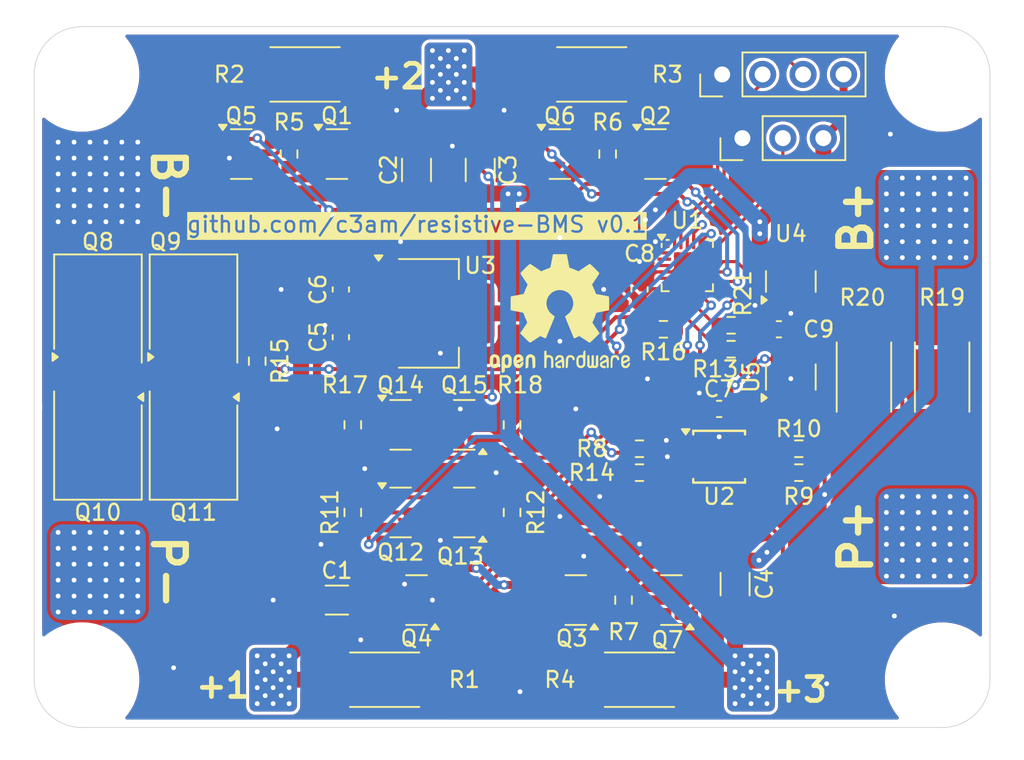
<source format=kicad_pcb>
(kicad_pcb (version 20241229) (generator "pcbnew") (generator_version "9.0")
  (layers (0 "F.Cu" signal) (2 "B.Cu" signal) (13 "F.Paste" user) (15 "B.Paste" user) (5 "F.SilkS" user "F.Silkscreen") (7 "B.SilkS" user "B.Silkscreen") (1 "F.Mask" user) (3 "B.Mask" user) (25 "Edge.Cuts" user))
  (net 0 "")
  (net 1 "GND")
  (net 2 "+1")
  (net 3 "+2")
  (net 4 "+3")
  (net 5 "+4")
  (net 6 "+5V")
  (net 7 "swio")
  (net 8 "utx")
  (net 9 "urx")
  (net 10 "P-")
  (net 11 "P+")
  (net 12 "Net-(Q1-G)")
  (net 13 "Net-(Q1-D)")
  (net 14 "Net-(Q2-D)")
  (net 15 "Net-(Q2-G)")
  (net 16 "Net-(Q3-G)")
  (net 17 "Net-(Q3-D)")
  (net 18 "bal-1")
  (net 19 "Net-(Q4-D)")
  (net 20 "bal-2")
  (net 21 "bal-3")
  (net 22 "bal-4")
  (net 23 "Pout-mid")
  (net 24 "Net-(Q10-G)")
  (net 25 "Net-(Q12-G)")
  (net 26 "Net-(Q12-D)")
  (net 27 "s-en-3")
  (net 28 "Net-(Q14-G)")
  (net 29 "s-en-2")
  (net 30 "Net-(U2-AIN1)")
  (net 31 "Net-(U2-AIN2)")
  (net 32 "out-en")
  (net 36 "scl")
  (net 40 "sda")
  (net 42 "Isense")
  (net 44 "Net-(U4-OUT)")
  (footprint "Resistor_SMD:R_0603_1608Metric" (layer "F.Cu") (at 109.5 97 180)
    (property "Reference" "R16")
    (property "Value" "100")
  )
  (footprint "my-footprints:pad-4x3mm" (layer "F.Cu") (at 85 119)
    (property "Reference" "J5" (hide yes))
    (property "Value" "Conn_01x01")
  )
  (footprint "Resistor_SMD:R_0603_1608Metric" (layer "F.Cu") (at 108 106)
    (property "Reference" "R14")
    (property "Value" "100k")
  )
  (footprint "Symbol:OSHW-Logo2_9.8x8mm_SilkScreen" (layer "F.Cu") (at 103 96)
    (property "Reference" "REF**" (hide yes))
    (property "Value" "OSHW-Logo2_9.8x8mm_SilkScreen" (hide yes))
  )
  (footprint "Connector_PinHeader_2.54mm:PinHeader_1x04_P2.54mm_Vertical" (layer "F.Cu") (at 113.19 81 90)
    (property "Reference" "J3" (hide yes))
    (property "Value" "Conn_01x04")
  )
  (footprint "my-footprints:PQFN-8-EP_6x5mm_P1.27mm_Generic" (layer "F.Cu") (at 74 96 90)
    (property "Reference" "Q8")
    (property "Value" "Q_NMOS_SGD")
  )
  (footprint "my-footprints:PQFN-8-EP_6x5mm_P1.27mm_Generic" (layer "F.Cu") (at 74 104 -90)
    (property "Reference" "Q10")
    (property "Value" "Q_NMOS_SGD")
  )
  (footprint "Package_SO:TSSOP-10_3x3mm_P0.5mm" (layer "F.Cu") (at 113 105)
    (property "Reference" "U2")
    (property "Value" "ADS1115IDGS")
  )
  (footprint "Resistor_SMD:R_0603_1608Metric" (layer "F.Cu") (at 90 108.5 90)
    (property "Reference" "R11")
    (property "Value" "100k")
  )
  (footprint "Resistor_SMD:R_0603_1608Metric" (layer "F.Cu") (at 113.75 96.75 180)
    (property "Reference" "R21")
    (property "Value" "100k")
  )
  (footprint "Resistor_SMD:R_0603_1608Metric" (layer "F.Cu") (at 118 106 180)
    (property "Reference" "R9")
    (property "Value" "100k")
  )
  (footprint "Resistor_SMD:R_0603_1608Metric" (layer "F.Cu") (at 108 104.5)
    (property "Reference" "R8")
    (property "Value" "220k")
  )
  (footprint "Package_TO_SOT_SMD:SOT-23" (layer "F.Cu") (at 110 114 180)
    (property "Reference" "Q7")
    (property "Value" "DMG2302U")
  )
  (footprint "Resistor_SMD:R_2512_6332Metric" (layer "F.Cu") (at 108 119 180)
    (property "Reference" "R4")
    (property "Value" "20")
  )
  (footprint "Package_TO_SOT_SMD:SOT-23" (layer "F.Cu") (at 109 86)
    (property "Reference" "Q2")
    (property "Value" "DMG2301L")
  )
  (footprint "Capacitor_SMD:C_0603_1608Metric" (layer "F.Cu") (at 89.25 97.5 90)
    (property "Reference" "C5")
    (property "Value" "10u")
  )
  (footprint "Resistor_SMD:R_0603_1608Metric" (layer "F.Cu") (at 90 103 90)
    (property "Reference" "R17")
    (property "Value" "100k")
  )
  (footprint "Capacitor_SMD:C_0603_1608Metric" (layer "F.Cu") (at 89.25 94.5 90)
    (property "Reference" "C6")
    (property "Value" "10u")
  )
  (footprint "Resistor_SMD:R_2512_6332Metric" (layer "F.Cu") (at 122.09 100 -90)
    (property "Reference" "R20")
    (property "Value" "4m")
  )
  (footprint "Resistor_SMD:R_2512_6332Metric" (layer "F.Cu") (at 92 119)
    (property "Reference" "R1")
    (property "Value" "20")
  )
  (footprint "Capacitor_SMD:C_0603_1608Metric" (layer "F.Cu") (at 113 102 180)
    (property "Reference" "C7")
    (property "Value" "10u")
  )
  (footprint "Capacitor_SMD:C_1206_3216Metric" (layer "F.Cu") (at 114 113 -90)
    (property "Reference" "C4")
    (property "Value" "100u")
  )
  (footprint "my-footprints:PQFN-8-EP_6x5mm_P1.27mm_Generic" (layer "F.Cu") (at 80 96 90)
    (property "Reference" "Q9")
    (property "Value" "Q_NMOS_SGD")
  )
  (footprint "MountingHole:MountingHole_3.2mm_M3" (layer "F.Cu") (at 127 119)
    (property "Reference" "H4" (hide yes))
    (property "Value" "MountingHole")
  )
  (footprint "Resistor_SMD:R_2512_6332Metric" (layer "F.Cu") (at 105 81)
    (property "Reference" "R3")
    (property "Value" "20")
  )
  (footprint "Package_TO_SOT_SMD:SOT-23" (layer "F.Cu") (at 104 114 180)
    (property "Reference" "Q3")
    (property "Value" "DMG2301L")
  )
  (footprint "Resistor_SMD:R_0603_1608Metric" (layer "F.Cu") (at 107 114 -90)
    (property "Reference" "R7")
    (property "Value" "100k")
  )
  (footprint "my-footprints:pad-4x3mm" (layer "F.Cu") (at 115 119)
    (property "Reference" "J1" (hide yes))
    (property "Value" "Conn_01x01")
  )
  (footprint "Package_TO_SOT_SMD:SOT-23" (layer "F.Cu") (at 83 86)
    (property "Reference" "Q5")
    (property "Value" "DMG2302U")
  )
  (footprint "Capacitor_SMD:C_0603_1608Metric" (layer "F.Cu") (at 116.75 97)
    (property "Reference" "C9")
    (property "Value" "10u")
  )
  (footprint "Resistor_SMD:R_0603_1608Metric" (layer "F.Cu") (at 100 103 90)
    (property "Reference" "R18")
    (property "Value" "100k")
  )
  (footprint "MountingHole:MountingHole_3.2mm_M3" (layer "F.Cu") (at 73 81)
    (property "Reference" "H1" (hide yes))
    (property "Value" "MountingHole")
  )
  (footprint "Package_TO_SOT_SMD:SOT-23" (layer "F.Cu") (at 93 103)
    (property "Reference" "Q14")
    (property "Value" "DMG2301L")
  )
  (footprint "Capacitor_SMD:C_0603_1608Metric" (layer "F.Cu") (at 108 94.5 90)
    (property "Reference" "C8")
    (property "Value" "10u")
  )
  (footprint "my-footprints:pad-6x6mm" (layer "F.Cu") (at 74 87.75)
    (property "Reference" "J8" (hide yes))
    (property "Value" "Conn_01x01")
  )
  (footprint "Package_TO_SOT_SMD:SOT-23-6" (layer "F.Cu") (at 117.5 100 90)
    (property "Reference" "U5")
    (property "Value" "INA181")
  )
  (footprint "my-footprints:pad-6x6mm" (layer "F.Cu") (at 126 110)
    (property "Reference" "J7" (hide yes))
    (property "Value" "Conn_01x01")
  )
  (footprint "Resistor_SMD:R_2512_6332Metric" (layer "F.Cu") (at 87 81)
    (property "Reference" "R2")
    (property "Value" "20")
  )
  (footprint "Resistor_SMD:R_0603_1608Metric" (layer "F.Cu") (at 106 86 90)
    (property "Reference" "R6")
    (property "Value" "100k")
  )
  (footprint "Package_TO_SOT_SMD:SOT-23" (layer "F.Cu") (at 97 103 180)
    (property "Reference" "Q15")
    (property "Value" "DMG2302U")
  )
  (footprint "Capacitor_SMD:C_1206_3216Metric" (layer "F.Cu") (at 98 87 90)
    (property "Reference" "C3")
    (property "Value" "100u")
  )
  (footprint "Resistor_SMD:R_0603_1608Metric" (layer "F.Cu") (at 100 108.5 90)
    (property "Reference" "R12")
    (property "Value" "100k")
  )
  (footprint "Package_TO_SOT_SMD:SOT-23" (layer "F.Cu") (at 103 86)
    (property "Reference" "Q6")
    (property "Value" "DMG2302U")
  )
  (footprint "my-footprints:PQFN-8-EP_6x5mm_P1.27mm_Generic" (layer "F.Cu") (at 80 104 -90)
    (property "Reference" "Q11")
    (property "Value" "Q_NMOS_SGD")
  )
  (footprint "my-footprints:pad-6x6mm" (layer "F.Cu") (at 74 112.25)
    (property "Reference" "J6" (hide yes))
    (property "Value" "Conn_01x01")
  )
  (footprint "Resistor_SMD:R_2512_6332Metric" (layer "F.Cu") (at 127 100 -90)
    (property "Reference" "R19")
    (property "Value" "4m")
  )
  (footprint "Package_TO_SOT_SMD:SOT-23" (layer "F.Cu") (at 94 114 180)
    (property "Reference" "Q4")
    (property "Value" "DMG2302U")
  )
  (footprint "Resistor_SMD:R_0603_1608Metric" (layer "F.Cu") (at 86 86 90)
    (property "Reference" "R5")
    (property "Value" "100k")
  )
  (footprint "Capacitor_SMD:C_1206_3216Metric" (layer "F.Cu") (at 89 114)
    (property "Reference" "C1")
    (property "Value" "100u")
  )
  (footprint "MountingHole:MountingHole_3.2mm_M3" (layer "F.Cu") (at 127 81)
    (property "Reference" "H2" (hide yes))
    (property "Value" "MountingHole")
  )
  (footprint "Resistor_SMD:R_0603_1608Metric" (layer "F.Cu") (at 84 99 -90)
    (property "Reference" "R15")
    (property "Value" "10k")
  )
  (footprint "Package_DFN_QFN:QFN-20-1EP_3x3mm_P0.4mm_EP1.65x1.65mm" (layer "F.Cu") (at 111 93)
    (property "Reference" "U1")
    (property "Value" "CH32V003FxUx")
  )
  (footprint "Package_TO_SOT_SMD:SOT-23" (layer "F.Cu") (at 117.5 94 90)
    (property "Reference" "U4")
    (property "Value" "REF3025")
  )
  (footprint "Package_TO_SOT_SMD:SOT-23" (layer "F.Cu") (at 89 86)
    (property "Reference" "Q1")
    (property "Value" "DMG2301L")
  )
  (footprint "Package_TO_SOT_SMD:SOT-223-3_TabPin2" (layer "F.Cu") (at 94.75 96)
    (property "Reference" "U3")
    (property "Value" "AMS1117-5.0")
  )
  (footprint "Package_TO_SOT_SMD:SOT-23" (layer "F.Cu") (at 93 108.5)
    (property "Reference" "Q12")
    (property "Value" "DMG2301L")
  )
  (footprint "Connector_PinHeader_2.54mm:PinHeader_1x03_P2.54mm_Vertical" (layer "F.Cu") (at 114.46 85 90)
    (property "Reference" "J2" (hide yes))
    (property "Value" "Conn_01x03")
  )
  (footprint "Resistor_SMD:R_0603_1608Metric" (layer "F.Cu") (at 118 104.5 180)
    (property "Reference" "R10")
    (property "Value" "330k")
  )
  (footprint "Resistor_SMD:R_0603_1608Metric" (layer "F.Cu") (at 113.75 98.25 180)
    (property "Reference" "R13")
    (property "Value" "100k")
  )
  (footprint "Capacitor_SMD:C_1206_3216Metric" (layer "F.Cu") (at 94 87 -90)
    (property "Reference" "C2")
    (property "Value" "100u")
  )
  (footprint "my-footprints:pad-6x6mm" (layer "F.Cu") (at 126 90)
    (property "Reference" "J9" (hide yes))
    (property "Value" "Conn_01x01")
  )
  (footprint "Package_TO_SOT_SMD:SOT-23" (layer "F.Cu") (at 97 108.5 180)
    (property "Reference" "Q13")
    (property "Value" "DMG2302U")
  )
  (footprint "MountingHole:MountingHole_3.2mm_M3" (layer "F.Cu") (at 73 119)
    (property "Reference" "H3" (hide yes))
    (property "Value" "MountingHole")
  )
  (footprint "my-footprints:pad-4x3mm" (layer "F.Cu") (at 96 81)
    (property "Reference" "J4" (hide yes))
    (property "Value" "Conn_01x01")
  )
  (gr_line (start 70 119) (end 70 81) (stroke (width 0.05)) (layer "Edge.Cuts"))
  (gr_arc (start 73 122) (mid 70.87868 121.12132) (end 70 119) (stroke (width 0.05)) (layer "Edge.Cuts"))
  (gr_line (start 130 81) (end 130 119) (stroke (width 0.05)) (layer "Edge.Cuts"))
  (gr_line (start 127 122) (end 73 122) (stroke (width 0.05)) (layer "Edge.Cuts"))
  (gr_line (start 73 78) (end 127 78) (stroke (width 0.05)) (layer "Edge.Cuts"))
  (gr_arc (start 127 78) (mid 129.12132 78.87868) (end 130 81) (stroke (width 0.05)) (layer "Edge.Cuts"))
  (gr_arc (start 130 119) (mid 129.12132 121.12132) (end 127 122) (stroke (width 0.05)) (layer "Edge.Cuts"))
  (gr_arc (start 70 81) (mid 70.87868 78.87868) (end 73 78) (stroke (width 0.05)) (layer "Edge.Cuts"))
  (gr_text "B-" (at 77.25 85.5 270) (layer "F.SilkS") (effects (font (size 2 2) (thickness 0.4) (bold yes)) (justify left bottom)))
  (gr_text "B+" (at 122.75 92.5 90) (layer "F.SilkS") (effects (font (size 2 2) (thickness 0.4) (bold yes)) (justify left bottom)))
  (gr_text "P-" (at 77.25 109.75 270) (layer "F.SilkS") (effects (font (size 2 2) (thickness 0.4) (bold yes)) (justify left bottom)))
  (gr_text "+2" (at 91 82 0) (layer "F.SilkS") (effects (font (size 1.5 1.5) (thickness 0.3) (bold yes)) (justify left bottom)))
  (gr_text "+3" (at 116.25 120.5 0) (layer "F.SilkS") (effects (font (size 1.5 1.5) (thickness 0.3) (bold yes)) (justify left bottom)))
  (gr_text "P+" (at 122.75 112.5 90) (layer "F.SilkS") (effects (font (size 2 2) (thickness 0.4) (bold yes)) (justify left bottom)))
  (gr_text "+1" (at 80 120.25 0) (layer "F.SilkS") (effects (font (size 1.5 1.5) (thickness 0.3) (bold yes)) (justify left bottom)))
  (gr_text "github.com/c3am/resistive-BMS v0.1" (at 79.5 91 0) (layer "F.SilkS" knockout) (effects (font (size 1 1)) (justify left bottom)))
  (via (at 104 102) (size 0.6) (drill 0.3) (layers "F.Cu" "B.Cu") (net 1))
  (via (at 95.5 98.5) (size 0.6) (drill 0.3) (layers "F.Cu" "B.Cu") (net 1))
  (via (at 117.5 96) (size 0.6) (drill 0.3) (layers "F.Cu" "B.Cu") (net 1))
  (via (at 88 110.5) (size 0.6) (drill 0.3) (layers "F.Cu" "B.Cu") (net 1))
  (via (at 104.5 111.25) (size 0.6) (drill 0.3) (layers "F.Cu" "B.Cu") (net 1))
  (via (at 109.681851 103.972178) (size 0.6) (drill 0.3) (layers "F.Cu" "B.Cu") (net 1))
  (via (at 109.75 105) (size 0.6) (drill 0.3) (layers "F.Cu" "B.Cu") (net 1))
  (via (at 93 91.5) (size 0.6) (drill 0.3) (layers "F.Cu" "B.Cu") (net 1))
  (via (at 85 114) (size 0.6) (drill 0.3) (layers "F.Cu" "B.Cu") (net 1))
  (via (at 108.5 100.110308) (size 0.6) (drill 0.3) (layers "F.Cu" "B.Cu") (net 1))
  (via (at 103 97.75) (size 0.6) (drill 0.3) (layers "F.Cu" "B.Cu") (net 1))
  (via (at 123.75 84.75) (size 0.6) (drill 0.3) (layers "F.Cu" "B.Cu") (net 1))
  (via (at 99 106) (size 0.6) (drill 0.3) (layers "F.Cu" "B.Cu") (net 1))
  (via (at 105.5 107.5) (size 0.6) (drill 0.3) (layers "F.Cu" "B.Cu") (net 1))
  (via (at 117.5 100.1) (size 0.6) (drill 0.3) (layers "F.Cu" "B.Cu") (net 1))
  (via (at 119.75 119.25) (size 0.6) (drill 0.3) (layers "F.Cu" "B.Cu") (net 1))
  (via (at 103 108.75) (size 0.6) (drill 0.3) (layers "F.Cu" "B.Cu") (net 1))
  (via (at 113 103.75) (size 0.6) (drill 0.3) (layers "F.Cu" "B.Cu") (net 1))
  (via (at 85.5 94.5) (size 0.6) (drill 0.3) (layers "F.Cu" "B.Cu") (net 1))
  (via (at 124 115) (size 0.6) (drill 0.3) (layers "F.Cu" "B.Cu") (net 1))
  (via (at 82.25 86.25) (size 0.6) (drill 0.3) (layers "F.Cu" "B.Cu") (net 1))
  (via (at 90.5 116.5) (size 0.6) (drill 0.3) (layers "F.Cu" "B.Cu") (net 1))
  (via (at 85.25 103.25) (size 0.6) (drill 0.3) (layers "F.Cu" "B.Cu") (net 1))
  (via (at 95 114) (size 0.6) (drill 0.3) (layers "F.Cu" "B.Cu") (net 1))
  (via (at 105.75 94.5) (size 0.6) (drill 0.3) (layers "F.Cu" "B.Cu") (net 1))
  (via (at 109 91.5) (size 0.6) (drill 0.3) (layers "F.Cu" "B.Cu") (net 1))
  (via (at 90.75 105.75) (size 0.6) (drill 0.3) (layers "F.Cu" "B.Cu") (net 1))
  (via (at 96.25 85.5) (size 0.6) (drill 0.3) (layers "F.Cu" "B.Cu") (net 1))
  (via (at 100.5 119.75) (size 0.6) (drill 0.3) (layers "F.Cu" "B.Cu") (net 1))
  (via (at 108 110.482207) (size 0.6) (drill 0.3) (layers "F.Cu" "B.Cu") (net 1))
  (via (at 96.75 102) (size 0.6) (drill 0.3) (layers "F.Cu" "B.Cu") (net 1))
  (via (at 111.75 101) (size 0.6) (drill 0.3) (layers "F.Cu" "B.Cu") (net 1))
  (via (at 92.75 83.25) (size 0.6) (drill 0.3) (layers "F.Cu" "B.Cu") (net 1))
  (via (at 103 91.25) (size 0.6) (drill 0.3) (layers "F.Cu" "B.Cu") (net 1))
  (via (at 108 92.75) (size 0.6) (drill 0.3) (layers "F.Cu" "B.Cu") (net 1))
  (via (at 88.25 96.75) (size 0.6) (drill 0.3) (layers "F.Cu" "B.Cu") (net 1))
  (via (at 93.25 113) (size 0.6) (drill 0.3) (layers "F.Cu" "B.Cu") (net 1))
  (via (at 78.75 118.25) (size 0.6) (drill 0.3) (layers "F.Cu" "B.Cu") (net 1))
  (via (at 95.5 110.25) (size 0.6) (drill 0.3) (layers "F.Cu" "B.Cu") (net 1))
  (via (at 99.5 83.25) (size 0.6) (drill 0.3) (layers "F.Cu" "B.Cu") (net 1))
  (via (at 115.25 95.5) (size 0.6) (drill 0.3) (layers "F.Cu" "B.Cu") (net 1))
  (segment (start 108.624 109.626) (end 111.726 106.524) (width 0.25) (layer "F.Cu") (net 2))
  (segment (start 91.0385 121.001) (end 95.570514 121.001) (width 0.25) (layer "F.Cu") (net 2))
  (segment (start 96 120.571514) (end 96 115.5) (width 0.25) (layer "F.Cu") (net 2))
  (segment (start 85 118.5) (end 85 119) (width 1) (layer "F.Cu") (net 2))
  (segment (start 107.738702 109.626) (end 107.740702 109.624) (width 0.25) (layer "F.Cu") (net 2))
  (segment (start 85 119) (end 89.0375 119) (width 1) (layer "F.Cu") (net 2))
  (segment (start 81.642348 88.475) (end 86.75 88.475) (width 1) (layer "F.Cu") (net 2))
  (segment (start 84.0375 81) (end 80.624 84.4135) (width 1) (layer "F.Cu") (net 2))
  (segment (start 108.259298 109.624) (end 108.261298 109.626) (width 0.25) (layer "F.Cu") (net 2))
  (segment (start 101.874 109.626) (end 107.738702 109.626) (width 0.25) (layer "F.Cu") (net 2))
  (segment (start 89.0375 119) (end 91.0385 121.001) (width 0.25) (layer "F.Cu") (net 2))
  (segment (start 86.75 88.475) (end 94 88.475) (width 1) (layer "F.Cu") (net 2))
  (segment (start 108.261298 109.626) (end 108.624 109.626) (width 0.25) (layer "F.Cu") (net 2))
  (segment (start 86.75 116.75) (end 85 118.5) (width 1) (layer "F.Cu") (net 2))
  (segment (start 95.570514 121.001) (end 96 120.571514) (width 0.25) (layer "F.Cu") (net 2))
  (segment (start 107.740702 109.624) (end 108.259298 109.624) (width 0.25) (layer "F.Cu") (net 2))
  (segment (start 80.624 87.456652) (end 81.642348 88.475) (width 1) (layer "F.Cu") (net 2))
  (segment (start 96 115.5) (end 101.874 109.626) (width 0.25) (layer "F.Cu") (net 2))
  (segment (start 111.726 105.549) (end 111.677 105.5) (width 0.25) (layer "F.Cu") (net 2))
  (segment (start 80.624 84.4135) (end 80.624 87.456652) (width 1) (layer "F.Cu") (net 2))
  (segment (start 111.726 106.524) (end 111.726 105.549) (width 0.25) (layer "F.Cu") (net 2))
  (segment (start 86.75 88.475) (end 86.75 116.75) (width 1) (layer "F.Cu") (net 2))
  (segment (start 111.677 105.5) (end 110.85 105.5) (width 0.25) (layer "F.Cu") (net 2))
  (segment (start 96 82) (end 96 81) (width 0.5) (layer "F.Cu") (net 3))
  (segment (start 91.9375 103.825) (end 92.0625 103.95) (width 0.25) (layer "F.Cu") (net 3))
  (segment (start 98 85.525) (end 98 83) (width 1) (layer "F.Cu") (net 3))
  (segment (start 89.199 103.024) (end 90 103.825) (width 0.25) (layer "F.Cu") (net 3))
  (segment (start 90 103.825) (end 91.9375 103.825) (width 0.25) (layer "F.Cu") (net 3))
  (segment (start 88.0625 86.95) (end 86.125 86.95) (width 0.25) (layer "F.Cu") (net 3))
  (segment (start 102.0375 81) (end 96 81) (width 1) (layer "F.Cu") (net 3))
  (segment (start 89.700582 101.25) (end 89.199 101.751582) (width 0.25) (layer "F.Cu") (net 3))
  (segment (start 88.0625 86.95) (end 88.313499 87.200999) (width 1) (layer "F.Cu") (net 3))
  (segment (start 94 83) (end 96 81) (width 1) (layer "F.Cu") (net 3))
  (segment (start 94 85.525) (end 94 83) (width 1) (layer "F.Cu") (net 3))
  (segment (start 89.199 101.751582) (end 89.199 103.024) (width 0.25) (layer "F.Cu") (net 3))
  (segment (start 96 81.5) (end 96 81) (width 0.5) (layer "F.Cu") (net 3))
  (segment (start 98.75 101.25) (end 89.700582 101.25) (width 0.25) (layer "F.Cu") (net 3))
  (segment (start 98 85.525) (end 98 86.9) (width 0.25) (layer "F.Cu") (net 3))
  (segment (start 92.324001 87.200999) (end 94 85.525) (width 1) (layer "F.Cu") (net 3))
  (segment (start 96 81) (end 97 82) (width 0.5) (layer "F.Cu") (net 3))
  (segment (start 86.125 86.95) (end 86 86.825) (width 0.25) (layer "F.Cu") (net 3))
  (segment (start 98 86.9) (end 98.5 87.4) (width 0.25) (layer "F.Cu") (net 3))
  (segment (start 88.313499 87.200999) (end 92.324001 87.200999) (width 1) (layer "F.Cu") (net 3))
  (segment (start 98 83) (end 96 81) (width 1) (layer "F.Cu") (net 3))
  (via (at 98.5 87.4) (size 0.6) (drill 0.3) (layers "F.Cu" "B.Cu") (net 3))
  (via (at 98.75 101.25) (size 0.6) (drill 0.3) (layers "F.Cu" "B.Cu") (net 3))
  (segment (start 98.5 87.4) (end 98.75 87.65) (width 0.25) (layer "B.Cu") (net 3))
  (segment (start 98.75 87.65) (end 98.75 101.25) (width 0.25) (layer "B.Cu") (net 3))
  (segment (start 108.0115 87.001) (end 103.956652 87.001) (width 1) (layer "F.Cu") (net 4))
  (segment (start 91 110.5) (end 91 109.325) (width 0.25) (layer "F.Cu") (net 4))
  (segment (start 114 114.475) (end 114 118) (width 1) (layer "F.Cu") (net 4))
  (segment (start 114 118) (end 115 119) (width 1) (layer "F.Cu") (net 4))
  (segment (start 110.9625 119) (end 115 119) (width 1) (layer "F.Cu") (net 4))
  (segment (start 108.0625 86.95) (end 108.0115 87.001) (width 1) (layer "F.Cu") (net 4))
  (segment (start 91.9375 109.325) (end 92.0625 109.45) (width 0.25) (layer "F.Cu") (net 4))
  (segment (start 91 109.325) (end 91.9375 109.325) (width 0.25) (layer "F.Cu") (net 4))
  (segment (start 103.956652 87.001) (end 102.482652 88.475) (width 1) (layer "F.Cu") (net 4))
  (segment (start 90 109.325) (end 91 109.325) (width 0.25) (layer "F.Cu") (net 4))
  (segment (start 102.482652 88.475) (end 98 88.475) (width 1) (layer "F.Cu") (net 4))
  (via (at 91 110.5) (size 0.6) (drill 0.3) (layers "F.Cu" "B.Cu") (net 4))
  (via (at 100.451 88.5) (size 0.6) (drill 0.3) (layers "F.Cu" "B.Cu") (net 4))
  (via (at 99.75 88.5) (size 0.6) (drill 0.3) (layers "F.Cu" "B.Cu") (net 4))
  (segment (start 99.75 103.75) (end 99.75 88.5) (width 1) (layer "B.Cu") (net 4))
  (segment (start 91 110.5) (end 97.75 103.75) (width 0.25) (layer "B.Cu") (net 4))
  (segment (start 97.75 103.75) (end 99.75 103.75) (width 0.25) (layer "B.Cu") (net 4))
  (segment (start 99.75 88.5) (end 100.424 88.5) (width 1) (layer "B.Cu") (net 4))
  (segment (start 115 119) (end 99.75 103.75) (width 1) (layer "B.Cu") (net 4))
  (segment (start 107 113.175) (end 108.65 111.525) (width 1) (layer "F.Cu") (net 5))
  (segment (start 106.875 113.05) (end 107 113.175) (width 1) (layer "F.Cu") (net 5))
  (segment (start 124.1375 98.8625) (end 124.5 98.5) (width 0.25) (layer "F.Cu") (net 5))
  (segment (start 119.625 105.125) (end 119 104.5) (width 0.25) (layer "F.Cu") (net 5))
  (segment (start 89.25 98.275) (end 91.575 98.275) (width 0.5) (layer "F.Cu") (net 5))
  (segment (start 91.273804 112) (end 87.749 108.475196) (width 0.5) (layer "F.Cu") (net 5))
  (segment (start 119.625 107.375) (end 119.625 105.125) (width 0.25) (layer "F.Cu") (net 5))
  (segment (start 104.9375 113.05) (end 106.875 113.05) (width 1) (layer "F.Cu") (net 5))
  (segment (start 115.475 111.525) (end 115.5 111.5) (width 1) (layer "F.Cu") (net 5))
  (segment (start 108.65 111.525) (end 114 111.525) (width 1) (layer "F.Cu") (net 5))
  (segment (start 118.45 98.8625) (end 124.1375 98.8625) (width 0.25) (layer "F.Cu") (net 5))
  (segment (start 99.5 113.05) (end 104.9375 113.05) (width 0.5) (layer "F.Cu") (net 5))
  (segment (start 97.75 112) (end 91.273804 112) (width 0.5) (layer "F.Cu") (net 5))
  (segment (start 87.749 108.475196) (end 87.749 99.188925) (width 0.5) (layer "F.Cu") (net 5))
  (segment (start 115.5 111.5) (end 116 111) (width 1) (layer "F.Cu") (net 5))
  (segment (start 88.662925 98.275) (end 89.25 98.275) (width 0.5) (layer "F.Cu") (net 5))
  (segment (start 119 104.5) (end 118.825 104.5) (width 0.25) (layer "F.Cu") (net 5))
  (segment (start 124.5 98.5) (end 124.5 97.5) (width 0.25) (layer "F.Cu") (net 5))
  (segment (start 87.749 99.188925) (end 88.662925 98.275) (width 0.5) (layer "F.Cu") (net 5))
  (segment (start 114 111.525) (end 115.475 111.525) (width 1) (layer "F.Cu") (net 5))
  (via (at 115.5 111.5) (size 0.6) (drill 0.3) (layers "F.Cu" "B.Cu") (net 5))
  (via (at 99.5 113.05) (size 0.6) (drill 0.3) (layers "F.Cu" "B.Cu") (net 5))
  (via (at 97.75 112) (size 0.6) (drill 0.3) (layers "F.Cu" "B.Cu") (net 5))
  (via (at 116 111) (size 0.6) (drill 0.3) (layers "F.Cu" "B.Cu") (net 5))
  (via (at 119.625 107.375) (size 0.6) (drill 0.3) (layers "F.Cu" "B.Cu") (net 5))
  (segment (start 119.625 107.375) (end 126 101) (width 1) (layer "B.Cu") (net 5))
  (segment (start 98 112) (end 97.75 112) (width 0.5) (layer "B.Cu") (net 5))
  (segment (start 99.5 113.05) (end 99.05 113.05) (width 0.5) (layer "B.Cu") (net 5))
  (segment (start 126 101) (end 126 90) (width 1) (layer "B.Cu") (net 5))
  (segment (start 99.05 113.05) (end 98 112) (width 0.5) (layer "B.Cu") (net 5))
  (segment (start 119.625 107.375) (end 115.5 111.5) (width 1) (layer "B.Cu") (net 5))
  (segment (start 114.825 97) (end 114.575 96.75) (width 0.25) (layer "F.Cu") (net 6))
  (segment (start 115.551 90.231786) (end 119.54 86.242786) (width 1) (layer "F.Cu") (net 6))
  (segment (start 115.8625 98.8625) (end 116.55 98.8625) (width 0.25) (layer "F.Cu") (net 6))
  (segment (start 115.551 93.9385) (end 116.55 94.9375) (width 1) (layer "F.Cu") (net 6))
  (segment (start 116.55 94.9375) (end 116.55 96.425) (width 0.5) (layer "F.Cu") (net 6))
  (segment (start 108 95.275) (end 108 95.25) (width 0.5) (layer "F.Cu") (net 6))
  (segment (start 89.25 95.275) (end 90.875 95.275) (width 0.5) (layer "F.Cu") (net 6))
  (segment (start 115.975 97) (end 114.825 97) (width 0.25) (layer "F.Cu") (net 6))
  (segment (start 119.54 86.242786) (end 119.54 85) (width 1) (layer "F.Cu") (net 6))
  (segment (start 120.81 81) (end 120.81 83.73) (width 0.5) (layer "F.Cu") (net 6))
  (segment (start 91.6 96) (end 97.9 96) (width 1) (layer "F.Cu") (net 6))
  (segment (start 97.9 96) (end 102.5 96) (width 1) (layer "F.Cu") (net 6))
  (segment (start 108.825 94.45) (end 110.2 94.45) (width 0.2) (layer "F.Cu") (net 6))
  (segment (start 114.323 105) (end 115.15 105) (width 0.25) (layer "F.Cu") (net 6))
  (segment (start 114.575 98.25) (end 114.575 96.75) (width 0.25) (layer "F.Cu") (net 6))
  (segment (start 116.55 97.575) (end 115.975 97) (width 0.5) (layer "F.Cu") (net 6))
  (segment (start 109.00012 89.50012) (end 109 89.5) (width 1) (layer "F.Cu") (net 6))
  (segment (start 113.775 102) (end 113.775 104.452) (width 0.25) (layer "F.Cu") (net 6))
  (segment (start 115.551 90.25) (end 115.551 93.9385) (width 1) (layer "F.Cu") (net 6))
  (segment (start 115.551 90.25) (end 115.551 90.231786) (width 1) (layer "F.Cu") (net 6))
  (segment (start 90.875 95.275) (end 91.6 96) (width 0.5) (layer "F.Cu") (net 6))
  (segment (start 113.775 100.725) (end 114 100.5) (width 0.25) (layer "F.Cu") (net 6))
  (segment (start 105.625 92.875) (end 108.99988 89.50012) (width 1) (layer "F.Cu") (net 6))
  (segment (start 108 95.275) (end 108.825 94.45) (width 0.2) (layer "F.Cu") (net 6))
  (segment (start 108 95.25) (end 105.625 92.875) (width 0.5) (layer "F.Cu") (net 6))
  (segment (start 108.99988 89.50012) (end 109.00012 89.50012) (width 1) (layer "F.Cu") (net 6))
  (segment (start 116.55 98.8625) (end 116.55 97.575) (width 0.5) (layer "F.Cu") (net 6))
  (segment (start 120.81 83.73) (end 119.54 85) (width 0.5) (layer "F.Cu") (net 6))
  (segment (start 116.55 96.425) (end 115.975 97) (width 0.5) (layer "F.Cu") (net 6))
  (segment (start 113.775 104.452) (end 114.323 105) (width 0.25) (layer "F.Cu") (net 6))
  (segment (start 102.5 96) (end 105.625 92.875) (width 1) (layer "F.Cu") (net 6))
  (segment (start 113.775 102) (end 113.775 100.725) (width 0.25) (layer "F.Cu") (net 6))
  (via (at 115.551 91) (size 0.6) (drill 0.3) (layers "F.Cu" "B.Cu") (net 6))
  (via (at 115.8625 98.8625) (size 0.6) (drill 0.3) (layers "F.Cu" "B.Cu") (net 6))
  (via (at 109.00012 89.50012) (size 0.6) (drill 0.3) (layers "F.Cu" "B.Cu") (net 6))
  (via (at 115.551 90.25) (size 0.6) (drill 0.3) (layers "F.Cu" "B.Cu") (net 6))
  (via (at 108.375 90.125) (size 0.6) (drill 0.3) (layers "F.Cu" "B.Cu") (net 6))
  (via (at 114 100.5) (size 0.6) (drill 0.3) (layers "F.Cu" "B.Cu") (net 6))
  (segment (start 112.690823 87.389823) (end 115.551 90.25) (width 1) (layer "B.Cu") (net 6))
  (segment (start 115.8625 98.8625) (end 115.725 99) (width 0.25) (layer "B.Cu") (net 6))
  (segment (start 115.725 99) (end 115.5 99) (width 0.25) (layer "B.Cu") (net 6))
  (segment (start 111.110418 87.389823) (end 112.690823 87.389823) (width 1) (layer "B.Cu") (net 6))
  (segment (start 115.551 90.25) (end 115.551 91) (width 1) (layer "B.Cu") (net 6))
  (segment (start 115.5 99) (end 114 100.5) (width 0.25) (layer "B.Cu") (net 6))
  (segment (start 108.375241 90.125) (end 111.110418 87.389823) (width 1) (layer "B.Cu") (net 6))
  (segment (start 108.375 90.125) (end 108.375241 90.125) (width 1) (layer "B.Cu") (net 6))
  (segment (start 117 87.65) (end 112.45 92.2) (width 0.2) (layer "F.Cu") (net 7))
  (segment (start 117 85) (end 117 87.65) (width 0.2) (layer "F.Cu") (net 7))
  (segment (start 113.309 88.191) (end 113.309 83.941) (width 0.2) (layer "F.Cu") (net 8))
  (segment (start 110.6 90.9) (end 113.309 88.191) (width 0.2) (layer "F.Cu") (net 8))
  (segment (start 110.6 91.55) (end 110.6 90.9) (width 0.2) (layer "F.Cu") (net 8))
  (segment (start 113.309 83.941) (end 115.73 81.52) (width 0.2) (layer "F.Cu") (net 8))
  (segment (start 115.73 81.52) (end 115.73 81) (width 0.2) (layer "F.Cu") (net 8))
  (segment (start 115.25324 79.849) (end 114.5 80.60224) (width 0.2) (layer "F.Cu") (net 9))
  (segment (start 112.908 88.0249) (end 110.2 90.7329) (width 0.2) (layer "F.Cu") (net 9))
  (segment (start 114.5 80.60224) (end 114.5 82) (width 0.2) (layer "F.Cu") (net 9))
  (segment (start 112.908 83.592) (end 112.908 88.0249) (width 0.2) (layer "F.Cu") (net 9))
  (segment (start 114.5 82) (end 112.908 83.592) (width 0.2) (layer "F.Cu") (net 9))
  (segment (start 110.2 90.7329) (end 110.2 91.55) (width 0.2) (layer "F.Cu") (net 9))
  (segment (start 118.27 81) (end 117.119 79.849) (width 0.2) (layer "F.Cu") (net 9))
  (segment (start 117.119 79.849) (end 115.25324 79.849) (width 0.2) (layer "F.Cu") (net 9))
  (segment (start 124.5 101.5) (end 124.5 102.5) (width 0.25) (layer "F.Cu") (net 11))
  (segment (start 118.45 101.1375) (end 124.1375 101.1375) (width 0.25) (layer "F.Cu") (net 11))
  (segment (start 124.1375 101.1375) (end 124.5 101.5) (width 0.25) (layer "F.Cu") (net 11))
  (segment (start 85.175 86) (end 86 85.175) (width 0.25) (layer "F.Cu") (net 12))
  (segment (start 88.0625 85.05) (end 86.125 85.05) (width 0.25) (layer "F.Cu") (net 12))
  (segment (start 83.9375 86) (end 85.175 86) (width 0.25) (layer "F.Cu") (net 12))
  (segment (start 86.125 85.05) (end 86 85.175) (width 0.25) (layer "F.Cu") (net 12))
  (segment (start 89.9625 85.975) (end 89.9375 86) (width 1) (layer "F.Cu") (net 13))
  (segment (start 89.9625 81) (end 89.9625 85.975) (width 1) (layer "F.Cu") (net 13))
  (segment (start 107.9625 81) (end 107.9625 83.004848) (width 1) (layer "F.Cu") (net 14))
  (segment (start 109.9375 84.979848) (end 109.9375 86) (width 1) (layer "F.Cu") (net 14))
  (segment (start 107.9625 83.004848) (end 109.9375 84.979848) (width 1) (layer "F.Cu") (net 14))
  (segment (start 108.0625 85.05) (end 106.125 85.05) (width 0.5) (layer "F.Cu") (net 15))
  (segment (start 104.7625 85.175) (end 103.9375 86) (width 0.5) (layer "F.Cu") (net 15))
  (segment (start 106 85.175) (end 104.7625 85.175) (width 0.5) (layer "F.Cu") (net 15))
  (segment (start 106.125 85.05) (end 106 85.175) (width 0.5) (layer "F.Cu") (net 15))
  (segment (start 107 114.825) (end 108.2375 114.825) (width 0.25) (layer "F.Cu") (net 16))
  (segment (start 106.875 114.95) (end 107 114.825) (width 0.25) (layer "F.Cu") (net 16))
  (segment (start 108.2375 114.825) (end 109.0625 114) (width 0.25) (layer "F.Cu") (net 16))
  (segment (start 104.9375 114.95) (end 106.875 114.95) (width 0.25) (layer "F.Cu") (net 16))
  (segment (start 103.0625 114) (end 103.0625 117.025) (width 1) (layer "F.Cu") (net 17))
  (segment (start 103.0625 117.025) (end 105.0375 119) (width 1) (layer "F.Cu") (net 17))
  (segment (start 111 98) (end 111 99) (width 0.25) (layer "F.Cu") (net 18))
  (segment (start 111.8 94.8) (end 112.5 95.5) (width 0.2) (layer "F.Cu") (net 18))
  (segment (start 101 109) (end 101 109.75) (width 0.25) (layer "F.Cu") (net 18))
  (segment (start 95.8 114.95) (end 94.9375 114.95) (width 0.25) (layer "F.Cu") (net 18))
  (segment (start 111.8 94.45) (end 111.8 94.8) (width 0.2) (layer "F.Cu") (net 18))
  (segment (start 101 109.75) (end 95.8 114.95) (width 0.25) (layer "F.Cu") (net 18))
  (segment (start 111 99) (end 101 109) (width 0.25) (layer "F.Cu") (net 18))
  (via (at 112.5 95.5) (size 0.6) (drill 0.3) (layers "F.Cu" "B.Cu") (net 18))
  (via (at 111 98) (size 0.6) (drill 0.3) (layers "F.Cu" "B.Cu") (net 18))
  (segment (start 111 97) (end 111 98) (width 0.25) (layer "B.Cu") (net 18))
  (segment (start 112.5 95.5) (end 111 97) (width 0.25) (layer "B.Cu") (net 18))
  (segment (start 94.9625 119) (end 93.0625 117.1) (width 1) (layer "F.Cu") (net 19))
  (segment (start 93.0625 117.1) (end 93.0625 114) (width 1) (layer "F.Cu") (net 19))
  (segment (start 111.525046 88.390823) (end 111.008223 87.874) (width 0.25) (layer "F.Cu") (net 20))
  (segment (start 83.95 85.05) (end 84 85) (width 0.25) (layer "F.Cu") (net 20))
  (segment (start 103 89.5) (end 88.5 89.5) (width 0.25) (layer "F.Cu") (net 20))
  (segment (start 104.626 87.874) (end 103 89.5) (width 0.25) (layer "F.Cu") (net 20))
  (segment (start 111.008223 87.874) (end 104.626 87.874) (width 0.25) (layer "F.Cu") (net 20))
  (segment (start 82.0625 85.05) (end 83.95 85.05) (width 0.25) (layer "F.Cu") (net 20))
  (segment (start 113.05 93.8) (end 113.25 94) (width 0.2) (layer "F.Cu") (net 20))
  (segment (start 113.25 94) (end 114.15 94) (width 0.2) (layer "F.Cu") (net 20))
  (segment (start 112.45 93.8) (end 113.05 93.8) (width 0.2) (layer "F.Cu") (net 20))
  (segment (start 114.15 93.97154) (end 114.12154 94) (width 0.2) (layer "F.Cu") (net 20))
  (via (at 111.525046 88.390823) (size 0.6) (drill 0.3) (layers "F.Cu" "B.Cu") (net 20))
  (via (at 84 85) (size 0.6) (drill 0.3) (layers "F.Cu" "B.Cu") (net 20))
  (via (at 114.15 94) (size 0.6) (drill 0.3) (layers "F.Cu" "B.Cu") (net 20))
  (via (at 88.5 89.5) (size 0.6) (drill 0.3) (layers "F.Cu" "B.Cu") (net 20))
  (segment (start 114.15 91.047546) (end 111.525046 88.422592) (width 0.25) (layer "B.Cu") (net 20))
  (segment (start 111.525046 88.422592) (end 111.525046 88.390823) (width 0.25) (layer "B.Cu") (net 20))
  (segment (start 114.15 94) (end 114.15 91.047546) (width 0.25) (layer "B.Cu") (net 20))
  (segment (start 88.5 89.5) (end 84 85) (width 0.25) (layer "B.Cu") (net 20))
  (segment (start 110.5 88.5) (end 111 89) (width 0.25) (layer "F.Cu") (net 21))
  (segment (start 113.5 93.4) (end 112.45 93.4) (width 0.2) (layer "F.Cu") (net 21))
  (segment (start 102.0625 85.05) (end 102.0625 85.5625) (width 0.25) (layer "F.Cu") (net 21))
  (segment (start 102.0625 85.5625) (end 102.5 86) (width 0.25) (layer "F.Cu") (net 21))
  (segment (start 105 88.5) (end 110.5 88.5) (width 0.25) (layer "F.Cu") (net 21))
  (via (at 113.5 93.4) (size 0.6) (drill 0.3) (layers "F.Cu" "B.Cu") (net 21))
  (via (at 102.5 86) (size 0.6) (drill 0.3) (layers "F.Cu" "B.Cu") (net 21))
  (via (at 105 88.5) (size 0.6) (drill 0.3) (layers "F.Cu" "B.Cu") (net 21))
  (via (at 111 89) (size 0.6) (drill 0.3) (layers "F.Cu" "B.Cu") (net 21))
  (segment (start 105 88.5) (end 102.5 86) (width 0.25) (layer "B.Cu") (net 21))
  (segment (start 113.5 93.4) (end 113.5 91.114702) (width 0.25) (layer "B.Cu") (net 21))
  (segment (start 113.5 91.114702) (end 111.385298 89) (width 0.25) (layer "B.Cu") (net 21))
  (segment (start 111.385298 89) (end 111 89) (width 0.25) (layer "B.Cu") (net 21))
  (segment (start 113 93) (end 112.45 93) (width 0.2) (layer "F.Cu") (net 22))
  (segment (start 116.074 112.426) (end 117 111.5) (width 0.25) (layer "F.Cu") (net 22))
  (segment (start 111.75 104.93519) (end 111.75 103.75) (width 0.25) (layer "F.Cu") (net 22))
  (segment (start 114.099943 92.75) (end 113.25 92.75) (width 0.2) (layer "F.Cu") (net 22))
  (segment (start 110.9375 114.95) (end 113.4615 112.426) (width 0.25) (layer "F.Cu") (net 22))
  (segment (start 113.25 92.75) (end 113 93) (width 0.2) (layer "F.Cu") (net 22))
  (segment (start 113.4615 112.426) (end 116.074 112.426) (width 0.25) (layer "F.Cu") (net 22))
  (segment (start 114.75 94.25) (end 114.75 93.400057) (width 0.2) (layer "F.Cu") (net 22))
  (segment (start 111 99.801227) (end 111.800003 99.001224) (width 0.25) (layer "F.Cu") (net 22))
  (segment (start 111 103) (end 111 99.801227) (width 0.25) (layer "F.Cu") (net 22))
  (segment (start 111.800003 99.001224) (end 111.800003 98) (width 0.25) (layer "F.Cu") (net 22))
  (segment (start 113.5 95.5) (end 114.75 94.25) (width 0.2) (layer "F.Cu") (net 22))
  (segment (start 117 111.5) (end 117 110.18519) (width 0.25) (layer "F.Cu") (net 22))
  (segment (start 114.75 93.400057) (end 114.099943 92.75) (width 0.2) (layer "F.Cu") (net 22))
  (segment (start 117 110.18519) (end 111.75 104.93519) (width 0.25) (layer "F.Cu") (net 22))
  (segment (start 111.75 103.75) (end 111 103) (width 0.25) (layer "F.Cu") (net 22))
  (via (at 111.800003 98) (size 0.6) (drill 0.3) (layers "F.Cu" "B.Cu") (net 22))
  (via (at 113.5 95.5) (size 0.6) (drill 0.3) (layers "F.Cu" "B.Cu") (net 22))
  (segment (start 113.5 95.5) (end 111.800003 97.199997) (width 0.25) (layer "B.Cu") (net 22))
  (segment (start 111.800003 97.199997) (end 111.800003 98) (width 0.25) (layer "B.Cu") (net 22))
  (segment (start 84 99.825) (end 82.675 99.825) (width 0.25) (layer "F.Cu") (net 23))
  (segment (start 77.194 102.176) (end 78.095 101.275) (width 0.25) (layer "F.Cu") (net 24))
  (segment (start 85.75 99.5) (end 84.801 99.5) (width 0.25) (layer "F.Cu") (net 24))
  (segment (start 76.806 97.824) (end 81.905 97.824) (width 0.25) (layer "F.Cu") (net 24))
  (segment (start 77.194 102.176) (end 83.324 102.176) (width 0.25) (layer "F.Cu") (net 24))
  (segment (start 84.801 99.5) (end 84.801 98.976) (width 0.25) (layer "F.Cu") (net 24))
  (segment (start 72.095 102.095) (end 72.176 102.176) (width 0.25) (layer "F.Cu") (net 24))
  (segment (start 72.095 101.275) (end 72.095 102.095) (width 0.25) (layer "F.Cu") (net 24))
  (segment (start 81.905 97.824) (end 81.905 98.725) (width 0.25) (layer "F.Cu") (net 24))
  (segment (start 107.915702 96.240702) (end 108.675 97) (width 0.25) (layer "F.Cu") (net 24))
  (segment (start 84.801 100.699) (end 84.801 99.5) (width 0.25) (layer "F.Cu") (net 24))
  (segment (start 88.5 99.5) (end 103.25 99.5) (width 0.25) (layer "F.Cu") (net 24))
  (segment (start 83.649 97.824) (end 84 98.175) (width 0.25) (layer "F.Cu") (net 24))
  (segment (start 106.509298 96.240702) (end 107.915702 96.240702) (width 0.25) (layer "F.Cu") (net 24))
  (segment (start 72.176 102.176) (end 77.194 102.176) (width 0.25) (layer "F.Cu") (net 24))
  (segment (start 75.905 98.725) (end 76.806 97.824) (width 0.25) (layer "F.Cu") (net 24))
  (segment (start 81.905 97.824) (end 83.649 97.824) (width 0.25) (layer "F.Cu") (net 24))
  (segment (start 83.324 102.176) (end 84.801 100.699) (width 0.25) (layer "F.Cu") (net 24))
  (segment (start 84.801 98.976) (end 84 98.175) (width 0.25) (layer "F.Cu") (net 24))
  (segment (start 103.25 99.5) (end 106.509298 96.240702) (width 0.25) (layer "F.Cu") (net 24))
  (via (at 88.5 99.5) (size 0.6) (drill 0.3) (layers "F.Cu" "B.Cu") (net 24))
  (via (at 85.75 99.5) (size 0.6) (drill 0.3) (layers "F.Cu" "B.Cu") (net 24))
  (segment (start 88.5 99.5) (end 85.75 99.5) (width 0.25) (layer "B.Cu") (net 24))
  (segment (start 95.1125 107.55) (end 96.0625 108.5) (width 0.25) (layer "F.Cu") (net 25))
  (segment (start 91.9375 107.675) (end 92.0625 107.55) (width 0.25) (layer "F.Cu") (net 25))
  (segment (start 90 107.675) (end 91.9375 107.675) (width 0.25) (layer "F.Cu") (net 25))
  (segment (start 92.0625 107.55) (end 95.1125 107.55) (width 0.25) (layer "F.Cu") (net 25))
  (segment (start 106.25 104.75) (end 106.925 104.75) (width 0.25) (layer "F.Cu") (net 26))
  (segment (start 104.970558 103.470558) (end 103.378616 105.0625) (width 0.25) (layer "F.Cu") (net 26))
  (segment (start 89.75 106.5) (end 92.5 106.5) (width 0.25) (layer "F.Cu") (net 26))
  (segment (start 92.5 106.5) (end 93.9375 105.0625) (width 0.25) (layer "F.Cu") (net 26))
  (segment (start 89.199 108.098418) (end 89.199 107.051) (width 0.25) (layer "F.Cu") (net 26))
  (segment (start 93.9375 105.0625) (end 93.9375 103) (width 0.25) (layer "F.Cu") (net 26))
  (segment (start 89.600582 108.5) (end 89.199 108.098418) (width 0.25) (layer "F.Cu") (net 26))
  (segment (start 106.925 104.75) (end 107.175 104.5) (width 0.25) (layer "F.Cu") (net 26))
  (segment (start 93.9375 108.5) (end 89.600582 108.5) (width 0.25) (layer "F.Cu") (net 26))
  (segment (start 103.378616 105.0625) (end 93.9375 105.0625) (width 0.25) (layer "F.Cu") (net 26))
  (segment (start 89.199 107.051) (end 89.75 106.5) (width 0.25) (layer "F.Cu") (net 26))
  (via (at 104.970558 103.470558) (size 0.6) (drill 0.3) (layers "F.Cu" "B.Cu") (net 26))
  (via (at 106.25 104.75) (size 0.6) (drill 0.3) (layers "F.Cu" "B.Cu") (net 26))
  (segment (start 104.970558 103.470558) (end 106.25 104.75) (width 0.25) (layer "B.Cu") (net 26))
  (segment (start 111.4 91.55) (end 111.4 90.968626) (width 0.2) (layer "F.Cu") (net 27))
  (segment (start 106.566942 98.066942) (end 106.566942 102.758058) (width 0.25) (layer "F.Cu") (net 27))
  (segment (start 99.875 109.45) (end 100 109.325) (width 0.25) (layer "F.Cu") (net 27))
  (segment (start 97.9375 109.45) (end 99.875 109.45) (width 0.25) (layer "F.Cu") (net 27))
  (segment (start 106.566942 102.758058) (end 100 109.325) (width 0.25) (layer "F.Cu") (net 27))
  (segment (start 111.4 90.968626) (end 111.934313 90.434313) (width 0.2) (layer "F.Cu") (net 27))
  (via (at 111.934313 90.434313) (size 0.6) (drill 0.3) (layers "F.Cu" "B.Cu") (net 27))
  (via (at 106.566942 98.066942) (size 0.6) (drill 0.3) (layers "F.Cu" "B.Cu") (net 27))
  (segment (start 106 96.114702) (end 111.680389 90.434313) (width 0.25) (layer "B.Cu") (net 27))
  (segment (start 111.680389 90.434313) (end 111.934313 90.434313) (width 0.25) (layer "B.Cu") (net 27))
  (segment (start 106.566942 98.066942) (end 106 97.5) (width 0.25) (layer "B.Cu") (net 27))
  (segment (start 106 97.5) (end 106 96.114702) (width 0.25) (layer "B.Cu") (net 27))
  (segment (start 90 102.175) (end 91.9375 102.175) (width 0.25) (layer "F.Cu") (net 28))
  (segment (start 95.1125 102.05) (end 92.0625 102.05) (width 0.25) (layer "F.Cu") (net 28))
  (segment (start 91.9375 102.175) (end 92.0625 102.05) (width 0.25) (layer "F.Cu") (net 28))
  (segment (start 96.0625 103) (end 95.1125 102.05) (width 0.25) (layer "F.Cu") (net 28))
  (segment (start 100 103.75) (end 100 103.825) (width 0.25) (layer "F.Cu") (net 29))
  (segment (start 99.875 103.95) (end 100 103.825) (width 0.25) (layer "F.Cu") (net 29))
  (segment (start 111.8 91.55) (end 112.35 91) (width 0.2) (layer "F.Cu") (net 29))
  (segment (start 106.75 97) (end 100 103.75) (width 0.25) (layer "F.Cu") (net 29))
  (segment (start 112.35 91) (end 112.5 91) (width 0.2) (layer "F.Cu") (net 29))
  (segment (start 97.9375 103.95) (end 99.875 103.95) (width 0.25) (layer "F.Cu") (net 29))
  (via (at 112.5 91) (size 0.6) (drill 0.3) (layers "F.Cu" "B.Cu") (net 29))
  (via (at 106.75 97) (size 0.6) (drill 0.3) (layers "F.Cu" "B.Cu") (net 29))
  (segment (start 106.75 97) (end 106.75 96.25) (width 0.25) (layer "B.Cu") (net 29))
  (segment (start 111.939687 91.060313) (end 112.439687 91.060313) (width 0.25) (layer "B.Cu") (net 29))
  (segment (start 106.75 96.25) (end 111.939687 91.060313) (width 0.25) (layer "B.Cu") (net 29))
  (segment (start 112.439687 91.060313) (end 112.5 91) (width 0.25) (layer "B.Cu") (net 29))
  (segment (start 108.825 104.5) (end 108.825 105.5) (width 0.25) (layer "F.Cu") (net 30))
  (segment (start 110.85 106) (end 108.825 106) (width 0.25) (layer "F.Cu") (net 30))
  (segment (start 117.175 104.5) (end 117.175 106) (width 0.25) (layer "F.Cu") (net 31))
  (segment (start 117.175 106) (end 115.15 106) (width 0.25) (layer "F.Cu") (net 31))
  (segment (start 110.6 94.45) (end 110.6 95.4) (width 0.2) (layer "F.Cu") (net 32))
  (segment (start 110.6 95.4) (end 110.325 95.675) (width 0.2) (layer "F.Cu") (net 32))
  (segment (start 110.325 95.675) (end 110.325 97) (width 0.2) (layer "F.Cu") (net 32))
  (segment (start 112.749999 96.75) (end 112.925 96.75) (width 0.2) (layer "F.Cu") (net 36))
  (segment (start 113.626 98.490064) (end 113.626 97.451) (width 0.2) (layer "F.Cu") (net 36))
  (segment (start 115.15 100) (end 115.15 104) (width 0.2) (layer "F.Cu") (net 36))
  (segment (start 115.135936 100) (end 113.626 98.490064) (width 0.2) (layer "F.Cu") (net 36))
  (segment (start 111.4 94.45) (end 111.4 95.400001) (width 0.2) (layer "F.Cu") (net 36))
  (segment (start 113.626 97.451) (end 112.925 96.75) (width 0.2) (layer "F.Cu") (net 36))
  (segment (start 115.15 100) (end 115.135936 100) (width 0.2) (layer "F.Cu") (net 36))
  (segment (start 111.4 95.400001) (end 112.749999 96.75) (width 0.2) (layer "F.Cu") (net 36))
  (segment (start 111 96.325) (end 111 94.45) (width 0.2) (layer "F.Cu") (net 40))
  (segment (start 115.15 104.5) (end 114.425454 104.5) (width 0.2) (layer "F.Cu") (net 40))
  (segment (start 114.425454 104.5) (end 114.299 104.373546) (width 0.2) (layer "F.Cu") (net 40))
  (segment (start 112.925 98.425) (end 112.925 98.25) (width 0.2) (layer "F.Cu") (net 40))
  (segment (start 112.925 98.25) (end 111 96.325) (width 0.2) (layer "F.Cu") (net 40))
  (segment (start 114.749 100.251) (end 114.75 100.25) (width 0.2) (layer "F.Cu") (net 40))
  (segment (start 114.299 104.373546) (end 114.299 103.574) (width 0.2) (layer "F.Cu") (net 40))
  (segment (start 114.749 103.124) (end 114.749 100.251) (width 0.2) (layer "F.Cu") (net 40))
  (segment (start 114.299 103.574) (end 114.749 103.124) (width 0.2) (layer "F.Cu") (net 40))
  (segment (start 114.75 100.25) (end 112.925 98.425) (width 0.2) (layer "F.Cu") (net 40))
  (segment (start 116.55 101.1375) (end 116.026 101.6615) (width 0.25) (layer "F.Cu") (net 42))
  (segment (start 116.026 105.451) (end 115.977 105.5) (width 0.25) (layer "F.Cu") (net 42))
  (segment (start 116.026 101.6615) (end 116.026 105.451) (width 0.25) (layer "F.Cu") (net 42))
  (segment (start 115.977 105.5) (end 115.15 105.5) (width 0.25) (layer "F.Cu") (net 42))
  (segment (start 118.45 94.9375) (end 118.45 97.522678) (width 0.25) (layer "F.Cu") (net 44))
  (segment (start 118.45 97.522678) (end 117.5 98.472678) (width 0.25) (layer "F.Cu") (net 44))
  (segment (start 117.5 98.472678) (end 117.5 98.8625) (width 0.25) (layer "F.Cu") (net 44))
  (zone (net 10) (net_name "P-") (layer "F.Cu") (priority 2) (connect_pads yes (clearance 0.25)) (min_thickness 0.25) (fill yes (thermal_gap 0.5) (thermal_bridge_width 0.5))
    (polygon (pts (xy 70 116) (xy 84 116) (xy 84 102) (xy 70 102)))
  )
  (zone (net 5) (net_name "+4") (layer "F.Cu") (priority 4) (connect_pads yes (clearance 0.25)) (min_thickness 0.25) (fill yes (thermal_gap 0.5) (thermal_bridge_width 0.5))
    (polygon (pts (xy 130 98) (xy 120 98) (xy 120 87) (xy 130 87)))
  )
  (zone (net 23) (net_name "Pout-mid") (layer "F.Cu") (priority 1) (connect_pads yes (clearance 0.25)) (min_thickness 0.25) (fill yes (thermal_gap 0.5) (thermal_bridge_width 0.5))
    (polygon (pts (xy 71 98) (xy 83 98) (xy 83 102) (xy 71 102)))
  )
  (zone (net 11) (net_name "P+") (layer "F.Cu") (priority 3) (connect_pads yes (clearance 0.25)) (min_thickness 0.25) (fill yes (thermal_gap 0.5) (thermal_bridge_width 0.5))
    (polygon (pts (xy 120 102) (xy 130 102) (xy 130 113) (xy 120 113)))
  )
  (zone (net 1) (net_name "GND") (layers "F.Cu" "B.Cu") (connect_pads yes (clearance 0.2)) (min_thickness 0.2) (fill yes (thermal_gap 0.5) (thermal_bridge_width 0.5))
    (polygon (pts (xy 70 78) (xy 130 78) (xy 130 122) (xy 70 122)))
  )
)
</source>
